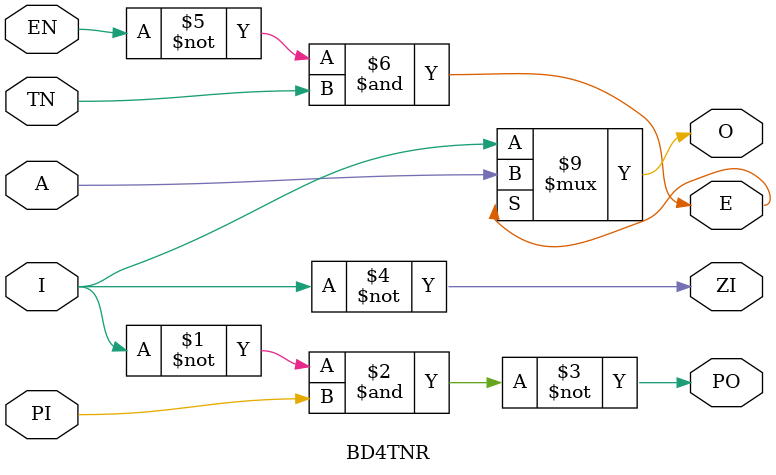
<source format=sv>
module BD4TNR
(
    input   I,
    input   A,
    input   EN,
    input   TN,
    input   PI,
    output  O,
    output  E,
    output  ZI,
    output  PO
);

assign PO = ~((~I) & PI);
assign ZI = ~I;
assign E = ~(~((~EN) & TN));
assign O = E ? A : I;

endmodule
</source>
